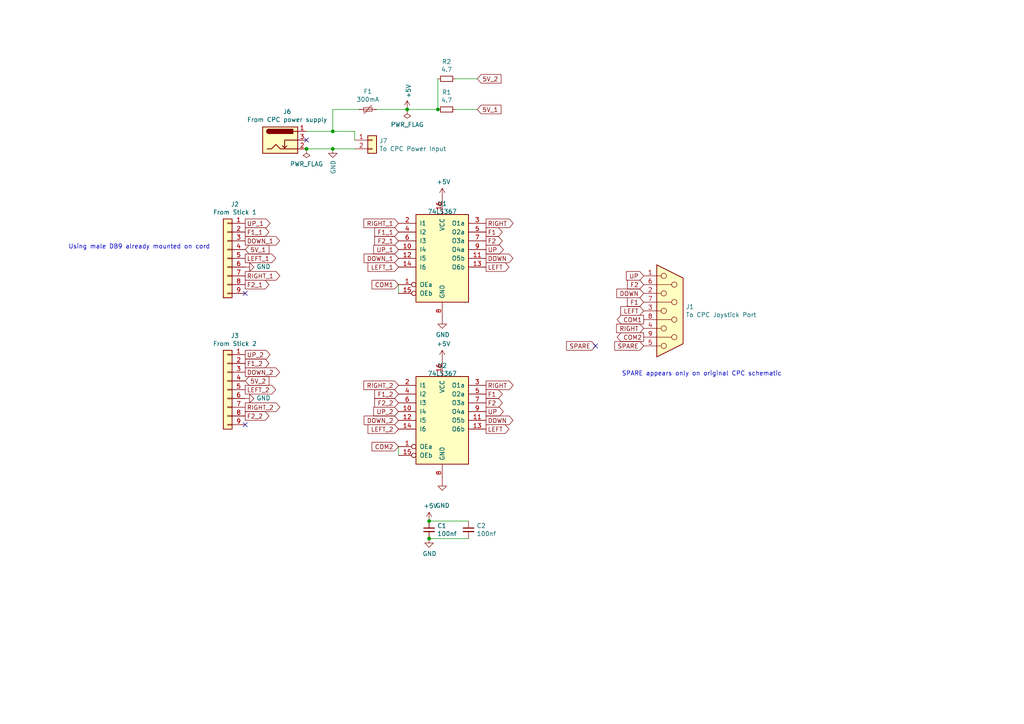
<source format=kicad_sch>
(kicad_sch (version 20211123) (generator eeschema)
  (paper "A4")
  (title_block (title "Joystick splitter-converter for Amstrad CPC") (date "2019-08-15") (rev "0.1") (company "FLACO 2019") (comment 1 "Connect Atari controllers to Amstrad CPC joystick port"))
  (lib_symbols
    (symbol "74xx:74LS367" (pin_names (offset 1.016))
      (property "Reference" "U" (at -7.62 13.97 0))
      (property "Value" "74LS367" (at -7.62 -13.97 0))
      (symbol "74LS367_1_0"
        (pin input inverted (at -12.7 -7.62 0) (length 5.08) (name "OEa") (number "1"))
        (pin input line (at -12.7 2.54 0) (length 5.08) (name "I4") (number "10"))
        (pin tri_state line (at 12.7 0 180) (length 5.08) (name "O5b") (number "11"))
        (pin input line (at -12.7 0 0) (length 5.08) (name "I5") (number "12"))
        (pin tri_state line (at 12.7 -2.54 180) (length 5.08) (name "O6b") (number "13"))
        (pin input line (at -12.7 -2.54 0) (length 5.08) (name "I6") (number "14"))
        (pin input inverted (at -12.7 -10.16 0) (length 5.08) (name "OEb") (number "15"))
        (pin power_in line (at 0 17.78 270) (length 5.08) (name "VCC") (number "16"))
        (pin input line (at -12.7 10.16 0) (length 5.08) (name "I1") (number "2"))
        (pin tri_state line (at 12.7 10.16 180) (length 5.08) (name "O1a") (number "3"))
        (pin input line (at -12.7 7.62 0) (length 5.08) (name "I2") (number "4"))
        (pin tri_state line (at 12.7 7.62 180) (length 5.08) (name "O2a") (number "5"))
        (pin input line (at -12.7 5.08 0) (length 5.08) (name "I3") (number "6"))
        (pin tri_state line (at 12.7 5.08 180) (length 5.08) (name "O3a") (number "7"))
        (pin power_in line (at 0 -17.78 90) (length 5.08) (name "GND") (number "8"))
        (pin tri_state line (at 12.7 2.54 180) (length 5.08) (name "O4a") (number "9"))
      )
      (symbol "74LS367_1_1"
        (rectangle (start -7.62 12.7) (end 7.62 -12.7) (stroke (width 0.254)) (fill (type background)))
      )
    )
    (symbol "Connector:Barrel_Jack_Switch" (pin_names hide)
      (property "Reference" "J" (at 0 5.334 0))
      (property "Value" "Barrel_Jack_Switch" (at 0 -5.08 0))
      (symbol "Barrel_Jack_Switch_0_1"
        (rectangle (start -5.08 3.81) (end 5.08 -3.81) (stroke (width 0.254)) (fill (type background)))
        (arc (start -3.302 3.175) (mid -3.937 2.54) (end -3.302 1.905) (stroke (width 0.254)))
        (arc (start -3.302 3.175) (mid -3.937 2.54) (end -3.302 1.905) (stroke (width 0.254)) (fill (type outline)))
        (polyline (pts (xy 1.27 -2.286) (xy 1.905 -1.651)) (stroke (width 0.254)))
        (polyline (pts (xy 5.08 2.54) (xy 3.81 2.54)) (stroke (width 0.254)))
        (polyline (pts (xy 5.08 0) (xy 1.27 0) (xy 1.27 -2.286) (xy 0.635 -1.651)) (stroke (width 0.254)))
        (polyline (pts (xy -3.81 -2.54) (xy -2.54 -2.54) (xy -1.27 -1.27) (xy 0 -2.54) (xy 2.54 -2.54) (xy 5.08 -2.54)) (stroke (width 0.254)))
        (rectangle (start 3.683 3.175) (end -3.302 1.905) (stroke (width 0.254)) (fill (type outline)))
      )
      (symbol "Barrel_Jack_Switch_1_1"
        (pin passive line (at 7.62 2.54 180) (length 2.54) (name "~") (number "1"))
        (pin passive line (at 7.62 -2.54 180) (length 2.54) (name "~") (number "2"))
        (pin passive line (at 7.62 0 180) (length 2.54) (name "~") (number "3"))
      )
    )
    (symbol "Connector:DB9_Female" (pin_names (offset 1.016) hide)
      (property "Reference" "J" (at 0 13.97 0))
      (property "Value" "DB9_Female" (at 0 -14.605 0))
      (symbol "DB9_Female_0_1"
        (circle (center -1.778 -10.16) (radius 0.762))
        (circle (center -1.778 -5.08) (radius 0.762))
        (circle (center -1.778 0) (radius 0.762))
        (circle (center -1.778 5.08) (radius 0.762))
        (circle (center -1.778 10.16) (radius 0.762))
        (polyline (pts (xy -3.81 -10.16) (xy -2.54 -10.16)))
        (polyline (pts (xy -3.81 -7.62) (xy 0.508 -7.62)))
        (polyline (pts (xy -3.81 -5.08) (xy -2.54 -5.08)))
        (polyline (pts (xy -3.81 -2.54) (xy 0.508 -2.54)))
        (polyline (pts (xy -3.81 0) (xy -2.54 0)))
        (polyline (pts (xy -3.81 2.54) (xy 0.508 2.54)))
        (polyline (pts (xy -3.81 5.08) (xy -2.54 5.08)))
        (polyline (pts (xy -3.81 7.62) (xy 0.508 7.62)))
        (polyline (pts (xy -3.81 10.16) (xy -2.54 10.16)))
        (polyline (pts (xy -3.81 13.335) (xy -3.81 -13.335) (xy 3.81 -9.525) (xy 3.81 9.525) (xy -3.81 13.335)) (stroke (width 0.254)) (fill (type background)))
        (circle (center 1.27 -7.62) (radius 0.762))
        (circle (center 1.27 -2.54) (radius 0.762))
        (circle (center 1.27 2.54) (radius 0.762))
        (circle (center 1.27 7.62) (radius 0.762))
      )
      (symbol "DB9_Female_1_1"
        (pin passive line (at -7.62 10.16 0) (length 3.81) (name "1") (number "1"))
        (pin passive line (at -7.62 5.08 0) (length 3.81) (name "2") (number "2"))
        (pin passive line (at -7.62 0 0) (length 3.81) (name "3") (number "3"))
        (pin passive line (at -7.62 -5.08 0) (length 3.81) (name "4") (number "4"))
        (pin passive line (at -7.62 -10.16 0) (length 3.81) (name "5") (number "5"))
        (pin passive line (at -7.62 7.62 0) (length 3.81) (name "6") (number "6"))
        (pin passive line (at -7.62 2.54 0) (length 3.81) (name "7") (number "7"))
        (pin passive line (at -7.62 -2.54 0) (length 3.81) (name "8") (number "8"))
        (pin passive line (at -7.62 -7.62 0) (length 3.81) (name "9") (number "9"))
      )
    )
    (symbol "Connector_Generic:Conn_01x02" (pin_names (offset 1.016) hide)
      (property "Reference" "J" (at 0 2.54 0))
      (property "Value" "Conn_01x02" (at 0 -5.08 0))
      (symbol "Conn_01x02_1_1"
        (rectangle (start -1.27 -2.413) (end 0 -2.667) (stroke (width 0.1524)))
        (rectangle (start -1.27 0.127) (end 0 -0.127) (stroke (width 0.1524)))
        (rectangle (start -1.27 1.27) (end 1.27 -3.81) (stroke (width 0.254)) (fill (type background)))
        (pin passive line (at -5.08 0 0) (length 3.81) (name "Pin_1") (number "1"))
        (pin passive line (at -5.08 -2.54 0) (length 3.81) (name "Pin_2") (number "2"))
      )
    )
    (symbol "Connector_Generic:Conn_01x09" (pin_names (offset 1.016) hide)
      (property "Reference" "J" (at 0 12.7 0))
      (property "Value" "Conn_01x09" (at 0 -12.7 0))
      (symbol "Conn_01x09_1_1"
        (rectangle (start -1.27 -10.033) (end 0 -10.287) (stroke (width 0.1524)))
        (rectangle (start -1.27 -7.493) (end 0 -7.747) (stroke (width 0.1524)))
        (rectangle (start -1.27 -4.953) (end 0 -5.207) (stroke (width 0.1524)))
        (rectangle (start -1.27 -2.413) (end 0 -2.667) (stroke (width 0.1524)))
        (rectangle (start -1.27 0.127) (end 0 -0.127) (stroke (width 0.1524)))
        (rectangle (start -1.27 2.667) (end 0 2.413) (stroke (width 0.1524)))
        (rectangle (start -1.27 5.207) (end 0 4.953) (stroke (width 0.1524)))
        (rectangle (start -1.27 7.747) (end 0 7.493) (stroke (width 0.1524)))
        (rectangle (start -1.27 10.287) (end 0 10.033) (stroke (width 0.1524)))
        (rectangle (start -1.27 11.43) (end 1.27 -11.43) (stroke (width 0.254)) (fill (type background)))
        (pin passive line (at -5.08 10.16 0) (length 3.81) (name "Pin_1") (number "1"))
        (pin passive line (at -5.08 7.62 0) (length 3.81) (name "Pin_2") (number "2"))
        (pin passive line (at -5.08 5.08 0) (length 3.81) (name "Pin_3") (number "3"))
        (pin passive line (at -5.08 2.54 0) (length 3.81) (name "Pin_4") (number "4"))
        (pin passive line (at -5.08 0 0) (length 3.81) (name "Pin_5") (number "5"))
        (pin passive line (at -5.08 -2.54 0) (length 3.81) (name "Pin_6") (number "6"))
        (pin passive line (at -5.08 -5.08 0) (length 3.81) (name "Pin_7") (number "7"))
        (pin passive line (at -5.08 -7.62 0) (length 3.81) (name "Pin_8") (number "8"))
        (pin passive line (at -5.08 -10.16 0) (length 3.81) (name "Pin_9") (number "9"))
      )
    )
    (symbol "Device:C_Small" (pin_numbers hide) (pin_names (offset 0.254) hide)
      (property "Reference" "C" (at 0.254 1.778 0))
      (property "Value" "C_Small" (at 0.254 -2.032 0))
      (symbol "C_Small_0_1"
        (polyline (pts (xy -1.524 -0.508) (xy 1.524 -0.508)) (stroke (width 0.3302)))
        (polyline (pts (xy -1.524 0.508) (xy 1.524 0.508)) (stroke (width 0.3048)))
      )
      (symbol "C_Small_1_1"
        (pin passive line (at 0 2.54 270) (length 2.032) (name "~") (number "1"))
        (pin passive line (at 0 -2.54 90) (length 2.032) (name "~") (number "2"))
      )
    )
    (symbol "Device:Polyfuse_Small" (pin_numbers hide) (pin_names (offset 0))
      (property "Reference" "F" (at -1.905 0 90))
      (property "Value" "Polyfuse_Small" (at 1.905 0 90))
      (symbol "Polyfuse_Small_0_1"
        (rectangle (start -0.508 1.27) (end 0.508 -1.27))
        (polyline (pts (xy 0 2.54) (xy 0 -2.54)))
        (polyline (pts (xy -1.016 1.27) (xy -1.016 0.762) (xy 1.016 -0.762) (xy 1.016 -1.27)))
      )
      (symbol "Polyfuse_Small_1_1"
        (pin passive line (at 0 2.54 270) (length 0.635) (name "~") (number "1"))
        (pin passive line (at 0 -2.54 90) (length 0.635) (name "~") (number "2"))
      )
    )
    (symbol "Device:R_Small" (pin_numbers hide) (pin_names (offset 0.254) hide)
      (property "Reference" "R" (at 0.762 0.508 0))
      (property "Value" "R_Small" (at 0.762 -1.016 0))
      (symbol "R_Small_0_1"
        (rectangle (start -0.762 1.778) (end 0.762 -1.778) (stroke (width 0.2032)))
      )
      (symbol "R_Small_1_1"
        (pin passive line (at 0 2.54 270) (length 0.762) (name "~") (number "1"))
        (pin passive line (at 0 -2.54 90) (length 0.762) (name "~") (number "2"))
      )
    )
    (symbol "power:+5V" (power) (pin_names (offset 0))
      (property "Value" "+5V" (at 0 3.556 0))
      (symbol "+5V_0_1"
        (polyline (pts (xy -0.762 1.27) (xy 0 2.54)))
        (polyline (pts (xy 0 0) (xy 0 2.54)))
        (polyline (pts (xy 0 2.54) (xy 0.762 1.27)))
      )
      (symbol "+5V_1_1"
        (pin power_in line (at 0 0 90) (length 0) hide (name "+5V") (number "1"))
      )
    )
    (symbol "power:GND" (power) (pin_names (offset 0))
      (property "Value" "GND" (at 0 -3.81 0))
      (symbol "GND_0_1"
        (polyline (pts (xy 0 0) (xy 0 -1.27) (xy 1.27 -1.27) (xy 0 -2.54) (xy -1.27 -1.27) (xy 0 -1.27)))
      )
      (symbol "GND_1_1"
        (pin power_in line (at 0 0 270) (length 0) hide (name "GND") (number "1"))
      )
    )
    (symbol "power:PWR_FLAG" (power) (pin_numbers hide) (pin_names (offset 0) hide)
      (property "Value" "PWR_FLAG" (at 0 3.81 0))
      (symbol "PWR_FLAG_0_0"
        (pin power_out line (at 0 0 90) (length 0) (name "pwr") (number "1"))
      )
      (symbol "PWR_FLAG_0_1"
        (polyline (pts (xy 0 0) (xy 0 1.27) (xy -1.016 1.905) (xy 0 2.54) (xy 1.016 1.905) (xy 0 1.27)))
      )
    )
  )
  (junction (at 124.46 156.21))
  (junction (at 96.52 43.18))
  (junction (at 127 31.75))
  (junction (at 118.11 31.75))
  (junction (at 88.9 43.18))
  (junction (at 96.52 38.1))
  (junction (at 124.46 151.13))
  (no_connect (at 88.9 40.64))
  (no_connect (at 71.12 85.09))
  (no_connect (at 172.72 100.33))
  (no_connect (at 71.12 123.19))
  (wire (pts (xy 132.08 31.75) (xy 138.43 31.75)))
  (wire (pts (xy 102.87 38.1) (xy 102.87 40.64)))
  (wire (pts (xy 88.9 38.1) (xy 96.52 38.1)))
  (wire (pts (xy 127 22.86) (xy 127 31.75)))
  (wire (pts (xy 88.9 43.18) (xy 96.52 43.18)))
  (wire (pts (xy 109.22 31.75) (xy 118.11 31.75)))
  (wire (pts (xy 127 31.75) (xy 118.11 31.75)))
  (wire (pts (xy 96.52 43.18) (xy 102.87 43.18)))
  (wire (pts (xy 115.57 129.54) (xy 115.57 132.08)))
  (wire (pts (xy 132.08 22.86) (xy 138.43 22.86)))
  (wire (pts (xy 96.52 38.1) (xy 102.87 38.1)))
  (wire (pts (xy 135.89 156.21) (xy 124.46 156.21)))
  (wire (pts (xy 135.89 151.13) (xy 124.46 151.13)))
  (wire (pts (xy 96.52 38.1) (xy 96.52 31.75)))
  (wire (pts (xy 104.14 31.75) (xy 96.52 31.75)))
  (wire (pts (xy 115.57 82.55) (xy 115.57 85.09)))
  (text "Using male DB9 already mounted on cord" (at 60.96 72.39 180) (effects (font (size 1.27 1.27)) (justify right bottom)))
  (text "SPARE appears only on original CPC schematic" (at 180.34 109.22 0) (effects (font (size 1.27 1.27)) (justify left bottom)))
  (global_label "UP_2" (shape output) (at 71.12 102.87 0) (property "Références Inter-Feuilles" "${INTERSHEET_REFS}" (effects hide)))
  (global_label "DOWN_1" (shape input) (at 115.57 74.93 180) (property "Références Inter-Feuilles" "${INTERSHEET_REFS}" (effects hide)))
  (global_label "5V_1" (shape input) (at 138.43 31.75 0) (property "Références Inter-Feuilles" "${INTERSHEET_REFS}" (effects hide)))
  (global_label "F2" (shape output) (at 140.97 116.84 0) (property "Références Inter-Feuilles" "${INTERSHEET_REFS}" (effects hide)))
  (global_label "F2" (shape output) (at 140.97 69.85 0) (property "Références Inter-Feuilles" "${INTERSHEET_REFS}" (effects hide)))
  (global_label "RIGHT" (shape input) (at 186.69 95.25 180) (property "Références Inter-Feuilles" "${INTERSHEET_REFS}" (effects hide)))
  (global_label "COM1" (shape input) (at 115.57 82.55 180) (property "Références Inter-Feuilles" "${INTERSHEET_REFS}" (effects hide)))
  (global_label "UP_1" (shape input) (at 115.57 72.39 180) (property "Références Inter-Feuilles" "${INTERSHEET_REFS}" (effects hide)))
  (global_label "5V_1" (shape input) (at 71.12 72.39 0) (property "Références Inter-Feuilles" "${INTERSHEET_REFS}" (effects hide)))
  (global_label "DOWN" (shape output) (at 140.97 121.92 0) (property "Références Inter-Feuilles" "${INTERSHEET_REFS}" (effects hide)))
  (global_label "COM1" (shape output) (at 186.69 92.71 180) (property "Références Inter-Feuilles" "${INTERSHEET_REFS}" (effects hide)))
  (global_label "RIGHT" (shape output) (at 140.97 64.77 0) (property "Références Inter-Feuilles" "${INTERSHEET_REFS}" (effects hide)))
  (global_label "RIGHT" (shape output) (at 140.97 111.76 0) (property "Références Inter-Feuilles" "${INTERSHEET_REFS}" (effects hide)))
  (global_label "F1_2" (shape output) (at 71.12 105.41 0) (property "Références Inter-Feuilles" "${INTERSHEET_REFS}" (effects hide)))
  (global_label "RIGHT_1" (shape output) (at 71.12 80.01 0) (property "Références Inter-Feuilles" "${INTERSHEET_REFS}" (effects hide)))
  (global_label "SPARE" (shape input) (at 172.72 100.33 180) (property "Références Inter-Feuilles" "${INTERSHEET_REFS}" (effects hide)))
  (global_label "F1_2" (shape input) (at 115.57 114.3 180) (property "Références Inter-Feuilles" "${INTERSHEET_REFS}" (effects hide)))
  (global_label "LEFT" (shape input) (at 186.69 90.17 180) (property "Références Inter-Feuilles" "${INTERSHEET_REFS}" (effects hide)))
  (global_label "5V_2" (shape input) (at 71.12 110.49 0) (property "Références Inter-Feuilles" "${INTERSHEET_REFS}" (effects hide)))
  (global_label "DOWN_1" (shape output) (at 71.12 69.85 0) (property "Références Inter-Feuilles" "${INTERSHEET_REFS}" (effects hide)))
  (global_label "RIGHT_1" (shape input) (at 115.57 64.77 180) (property "Références Inter-Feuilles" "${INTERSHEET_REFS}" (effects hide)))
  (global_label "LEFT_2" (shape input) (at 115.57 124.46 180) (property "Références Inter-Feuilles" "${INTERSHEET_REFS}" (effects hide)))
  (global_label "F1" (shape output) (at 140.97 67.31 0) (property "Références Inter-Feuilles" "${INTERSHEET_REFS}" (effects hide)))
  (global_label "DOWN_2" (shape input) (at 115.57 121.92 180) (property "Références Inter-Feuilles" "${INTERSHEET_REFS}" (effects hide)))
  (global_label "DOWN" (shape input) (at 186.69 85.09 180) (property "Références Inter-Feuilles" "${INTERSHEET_REFS}" (effects hide)))
  (global_label "LEFT" (shape output) (at 140.97 77.47 0) (property "Références Inter-Feuilles" "${INTERSHEET_REFS}" (effects hide)))
  (global_label "LEFT" (shape output) (at 140.97 124.46 0) (property "Références Inter-Feuilles" "${INTERSHEET_REFS}" (effects hide)))
  (global_label "UP" (shape output) (at 140.97 72.39 0) (property "Références Inter-Feuilles" "${INTERSHEET_REFS}" (effects hide)))
  (global_label "COM2" (shape input) (at 115.57 129.54 180) (property "Références Inter-Feuilles" "${INTERSHEET_REFS}" (effects hide)))
  (global_label "F1_1" (shape input) (at 115.57 67.31 180) (property "Références Inter-Feuilles" "${INTERSHEET_REFS}" (effects hide)))
  (global_label "F2_2" (shape output) (at 71.12 120.65 0) (property "Références Inter-Feuilles" "${INTERSHEET_REFS}" (effects hide)))
  (global_label "RIGHT_2" (shape output) (at 71.12 118.11 0) (property "Références Inter-Feuilles" "${INTERSHEET_REFS}" (effects hide)))
  (global_label "UP_1" (shape output) (at 71.12 64.77 0) (property "Références Inter-Feuilles" "${INTERSHEET_REFS}" (effects hide)))
  (global_label "DOWN" (shape output) (at 140.97 74.93 0) (property "Références Inter-Feuilles" "${INTERSHEET_REFS}" (effects hide)))
  (global_label "F1" (shape output) (at 140.97 114.3 0) (property "Références Inter-Feuilles" "${INTERSHEET_REFS}" (effects hide)))
  (global_label "UP" (shape output) (at 140.97 119.38 0) (property "Références Inter-Feuilles" "${INTERSHEET_REFS}" (effects hide)))
  (global_label "LEFT_2" (shape output) (at 71.12 113.03 0) (property "Références Inter-Feuilles" "${INTERSHEET_REFS}" (effects hide)))
  (global_label "F2_2" (shape input) (at 115.57 116.84 180) (property "Références Inter-Feuilles" "${INTERSHEET_REFS}" (effects hide)))
  (global_label "DOWN_2" (shape output) (at 71.12 107.95 0) (property "Références Inter-Feuilles" "${INTERSHEET_REFS}" (effects hide)))
  (global_label "F1" (shape input) (at 186.69 87.63 180) (property "Références Inter-Feuilles" "${INTERSHEET_REFS}" (effects hide)))
  (global_label "F2" (shape input) (at 186.69 82.55 180) (property "Références Inter-Feuilles" "${INTERSHEET_REFS}" (effects hide)))
  (global_label "F2_1" (shape output) (at 71.12 82.55 0) (property "Références Inter-Feuilles" "${INTERSHEET_REFS}" (effects hide)))
  (global_label "LEFT_1" (shape input) (at 115.57 77.47 180) (property "Références Inter-Feuilles" "${INTERSHEET_REFS}" (effects hide)))
  (global_label "UP_2" (shape input) (at 115.57 119.38 180) (property "Références Inter-Feuilles" "${INTERSHEET_REFS}" (effects hide)))
  (global_label "COM2" (shape output) (at 186.69 97.79 180) (property "Références Inter-Feuilles" "${INTERSHEET_REFS}" (effects hide)))
  (global_label "UP" (shape input) (at 186.69 80.01 180) (property "Références Inter-Feuilles" "${INTERSHEET_REFS}" (effects hide)))
  (global_label "SPARE" (shape input) (at 186.69 100.33 180) (property "Références Inter-Feuilles" "${INTERSHEET_REFS}" (effects hide)))
  (global_label "5V_2" (shape input) (at 138.43 22.86 0) (property "Références Inter-Feuilles" "${INTERSHEET_REFS}" (effects hide)))
  (global_label "F1_1" (shape output) (at 71.12 67.31 0) (property "Références Inter-Feuilles" "${INTERSHEET_REFS}" (effects hide)))
  (global_label "LEFT_1" (shape output) (at 71.12 74.93 0) (property "Références Inter-Feuilles" "${INTERSHEET_REFS}" (effects hide)))
  (global_label "F2_1" (shape input) (at 115.57 69.85 180) (property "Références Inter-Feuilles" "${INTERSHEET_REFS}" (effects hide)))
  (global_label "RIGHT_2" (shape input) (at 115.57 111.76 180) (property "Références Inter-Feuilles" "${INTERSHEET_REFS}" (effects hide)))
  (symbol (lib_id "Connector:DB9_Female") (at 194.31 90.17 0) (unit 1)
    (property "Reference" "J1" (at 198.882 89.0016 0) (effects (justify left)))
    (property "Value" "To CPC Joystick Port" (at 198.882 91.313 0) (effects (justify left)))
    (property "Footprint" "Connector_Dsub:DSUB-9_Female_EdgeMount_P2.77mm" (effects hide))
    (property "Datasheet" " ~" (effects hide))
  )
  (symbol (lib_id "Connector:Barrel_Jack_Switch") (at 81.28 40.64 0) (unit 1)
    (property "Reference" "J6" (at 83.2866 32.385 0))
    (property "Value" "From CPC power supply" (at 83.2866 34.6964 0))
    (property "Footprint" "Connector_BarrelJack:BarrelJack_Horizontal" (effects hide))
  )
  (symbol (lib_id "power:+5V") (at 118.11 31.75 0) (unit 1)
    (property "Reference" "#PWR0101" (effects hide))
    (property "Value" "+5V" (at 118.491 28.4988 90) (effects (justify left)))
  )
  (symbol (lib_id "power:GND") (at 96.52 43.18 0) (unit 1)
    (property "Reference" "#PWR0102" (effects hide))
    (property "Value" "GND" (at 96.647 46.4312 90) (effects (justify right)))
  )
  (symbol (lib_id "Connector_Generic:Conn_01x09") (at 66.04 74.93 0) (mirror y) (unit 1)
    (property "Reference" "J2" (at 68.1228 59.2582 0))
    (property "Value" "From Stick 1" (at 68.1228 61.5696 0))
    (property "Footprint" "Connector_PinHeader_2.54mm:PinHeader_2x05_P2.54mm_Vertical" (effects hide))
  )
  (symbol (lib_id "power:GND") (at 71.12 77.47 90) (unit 1)
    (property "Reference" "#PWR0104" (effects hide))
    (property "Value" "GND" (at 74.3712 77.343 90) (effects (justify right)))
  )
  (symbol (lib_id "Connector_Generic:Conn_01x02") (at 107.95 40.64 0) (unit 1)
    (property "Reference" "J7" (at 109.982 40.8432 0) (effects (justify left)))
    (property "Value" "To CPC Power Input" (at 109.982 43.1546 0) (effects (justify left)))
    (property "Footprint" "Connector_Wire:SolderWire-1.5sqmm_1x02_P6mm_D1.7mm_OD3mm" (effects hide))
  )
  (symbol (lib_id "74xx:74LS367") (at 128.27 74.93 0) (unit 1)
    (property "Reference" "U1" (at 128.27 59.055 0))
    (property "Value" "74LS367" (at 128.27 61.3664 0))
    (property "Footprint" "Package_DIP:DIP-16_W7.62mm" (effects hide))
    (property "Datasheet" "http://www.ti.com/lit/gpn/sn74LS367" (effects hide))
  )
  (symbol (lib_id "power:+5V") (at 128.27 57.15 0) (unit 1)
    (property "Reference" "#PWR0109" (effects hide))
    (property "Value" "+5V" (at 128.651 52.7558 0))
  )
  (symbol (lib_id "power:GND") (at 128.27 92.71 0) (unit 1)
    (property "Reference" "#PWR0111" (effects hide))
    (property "Value" "GND" (at 128.397 97.1042 0))
  )
  (symbol (lib_id "74xx:74LS367") (at 128.27 121.92 0) (unit 1)
    (property "Reference" "U2" (at 128.27 106.045 0))
    (property "Value" "74LS367" (at 128.27 108.3564 0))
    (property "Footprint" "Package_DIP:DIP-16_W7.62mm" (effects hide))
    (property "Datasheet" "http://www.ti.com/lit/gpn/sn74LS367" (effects hide))
  )
  (symbol (lib_id "power:+5V") (at 128.27 104.14 0) (unit 1)
    (property "Reference" "#PWR0112" (effects hide))
    (property "Value" "+5V" (at 128.651 99.7458 0))
  )
  (symbol (lib_id "power:GND") (at 128.27 139.7 0) (unit 1)
    (property "Reference" "#PWR0113" (effects hide))
    (property "Value" "GND" (at 128.397 146.6342 0))
  )
  (symbol (lib_id "Device:R_Small") (at 129.54 31.75 270) (unit 1)
    (property "Reference" "R1" (at 129.54 26.7716 90))
    (property "Value" "4.7" (at 129.54 29.083 90))
    (property "Footprint" "Resistor_THT:R_Axial_DIN0207_L6.3mm_D2.5mm_P15.24mm_Horizontal" (effects hide))
  )
  (symbol (lib_id "Device:Polyfuse_Small") (at 106.68 31.75 270) (unit 1)
    (property "Reference" "F1" (at 106.68 26.543 90))
    (property "Value" "300mA" (at 106.68 28.8544 90))
    (property "Footprint" "Capacitor_THT:C_Disc_D4.3mm_W1.9mm_P5.00mm" (effects hide))
  )
  (symbol (lib_id "Device:C_Small") (at 124.46 153.67 0) (unit 1)
    (property "Reference" "C1" (at 126.7968 152.5016 0) (effects (justify left)))
    (property "Value" "100nf" (at 126.7968 154.813 0) (effects (justify left)))
    (property "Footprint" "Capacitor_THT:C_Disc_D3.0mm_W2.0mm_P2.50mm" (effects hide))
  )
  (symbol (lib_id "Device:C_Small") (at 135.89 153.67 0) (unit 1)
    (property "Reference" "C2" (at 138.2268 152.5016 0) (effects (justify left)))
    (property "Value" "100nf" (at 138.2268 154.813 0) (effects (justify left)))
    (property "Footprint" "Capacitor_THT:C_Disc_D3.0mm_W2.0mm_P2.50mm" (effects hide))
  )
  (symbol (lib_id "Connector_Generic:Conn_01x09") (at 66.04 113.03 0) (mirror y) (unit 1)
    (property "Reference" "J3" (at 68.1228 97.3582 0))
    (property "Value" "From Stick 2" (at 68.1228 99.6696 0))
    (property "Footprint" "Connector_PinHeader_2.54mm:PinHeader_2x05_P2.54mm_Vertical" (effects hide))
  )
  (symbol (lib_id "power:GND") (at 71.12 115.57 90) (unit 1)
    (property "Reference" "#PWR0115" (effects hide))
    (property "Value" "GND" (at 74.3712 115.443 90) (effects (justify right)))
  )
  (symbol (lib_id "power:GND") (at 124.46 156.21 0) (unit 1)
    (property "Reference" "#PWR02" (effects hide))
    (property "Value" "GND" (at 124.587 160.6042 0))
  )
  (symbol (lib_id "power:+5V") (at 124.46 151.13 0) (unit 1)
    (property "Reference" "#PWR01" (effects hide))
    (property "Value" "+5V" (at 124.841 146.7358 0))
  )
  (symbol (lib_id "Device:R_Small") (at 129.54 22.86 270) (unit 1)
    (property "Reference" "R2" (at 129.54 17.8816 90))
    (property "Value" "4.7" (at 129.54 20.193 90))
    (property "Footprint" "Resistor_THT:R_Axial_DIN0207_L6.3mm_D2.5mm_P15.24mm_Horizontal" (effects hide))
  )
  (symbol (lib_id "power:PWR_FLAG") (at 118.11 31.75 180) (unit 1)
    (property "Reference" "#FLG0101" (effects hide))
    (property "Value" "PWR_FLAG" (at 118.11 36.1442 0))
  )
  (symbol (lib_id "power:PWR_FLAG") (at 88.9 43.18 180) (unit 1)
    (property "Reference" "#FLG0102" (effects hide))
    (property "Value" "PWR_FLAG" (at 88.9 47.5742 0))
  )
)
</source>
